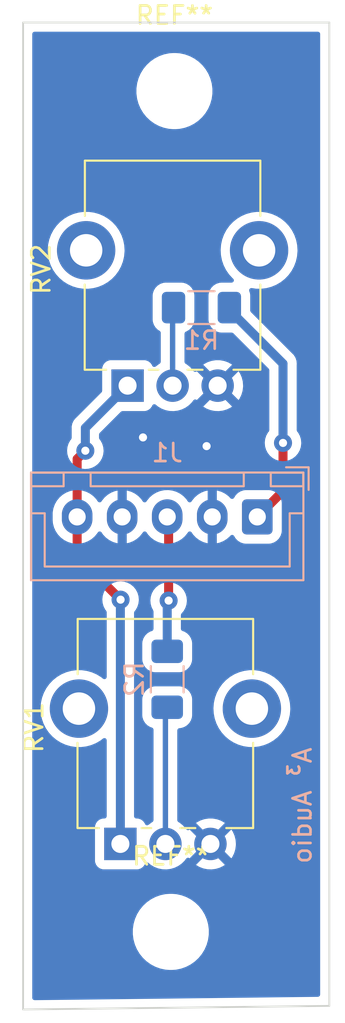
<source format=kicad_pcb>
(kicad_pcb (version 20211014) (generator pcbnew)
  (title_block (comment 4 "AISLER Project ID: WPDRRCYZ"))
  (layers (0 "F.Cu" signal "Front") (31 "B.Cu" signal "Back") (34 "B.Paste" user) (35 "F.Paste" user) (36 "B.SilkS" user "B.Silkscreen") (37 "F.SilkS" user "F.Silkscreen") (38 "B.Mask" user) (39 "F.Mask" user) (44 "Edge.Cuts" user))
  (net 0 "")
  (net 1 "Net-(J1-Pad1)")
  (net 2 "GND")
  (net 3 "Net-(J1-Pad3)")
  (net 4 "VCC")
  (net 5 "ADC1")
  (net 6 "ADC0")
  (footprint "Potentiometer_THT:Potentiometer_Alpha_RD901F-40-00D_Single_Vertical_CircularHoles" (layer "F.Cu") (at 167.4 84.125 90)
    (fp_text reference "RV1" (at 6.45 -4.8 90) (layer "F.SilkS"))
    (fp_text value "10k Poti")
    (fp_line (start 9.41 7.37) (end 12.47 7.37) (layer "F.SilkS") (width 0.12))
    (fp_line (start 0.88 1.71) (end 0.88 1.18) (layer "F.SilkS") (width 0.12))
    (fp_line (start 12.47 7.37) (end 12.47 -2.37) (layer "F.SilkS") (width 0.12))
    (fp_line (start 0.88 -1.19) (end 0.88 -2.37) (layer "F.SilkS") (width 0.12))
    (fp_line (start 0.88 7.37) (end 0.88 5.88) (layer "F.SilkS") (width 0.12))
    (fp_line (start 0.88 4.16) (end 0.88 3.33) (layer "F.SilkS") (width 0.12))
    (fp_line (start 0.88 7.37) (end 5.6 7.37) (layer "F.SilkS") (width 0.12))
    (fp_line (start 0.88 -2.38) (end 5.6 -2.38) (layer "F.SilkS") (width 0.12))
    (fp_line (start 9.41 -2.37) (end 12.47 -2.37) (layer "F.SilkS") (width 0.12))
    (pad "" thru_hole circle locked (at 7.5 7.3 180) (size 3.24 3.24) (drill 1.8) (layers *.Cu *.Mask))
    (pad "" thru_hole circle locked (at 7.5 -2.3 180) (size 3.24 3.24) (drill 1.8) (layers *.Cu *.Mask))
    (pad "1" thru_hole rect locked (at 0 0 180) (size 1.8 1.8) (drill 1) (layers *.Cu *.Mask) (net 4 "VCC"))
    (pad "2" thru_hole circle locked (at 0 2.5 180) (size 1.8 1.8) (drill 1) (layers *.Cu *.Mask) (net 6 "ADC0"))
    (pad "3" thru_hole circle locked (at 0 5 180) (size 1.8 1.8) (drill 1) (layers *.Cu *.Mask) (net 2 "GND"))
  )
  (footprint "MountingHole:MountingHole_3.2mm_M3" (layer "F.Cu") (at 170.4 42.4)
    (fp_text reference "REF**" (at 0 -4.2) (layer "F.SilkS"))
    (fp_text value "MountingHole_3.2mm_M3")
    (pad "" np_thru_hole circle locked (at 0 0) (size 3.2 3.2) (drill 3.2) (layers *.Cu *.Mask))
  )
  (footprint "MountingHole:MountingHole_3.2mm_M3" (layer "F.Cu") (at 170.2 89)
    (fp_text reference "REF**" (at 0 -4.2) (layer "F.SilkS"))
    (fp_text value "MountingHole_3.2mm_M3")
    (pad "" np_thru_hole circle locked (at 0 0) (size 3.2 3.2) (drill 3.2) (layers *.Cu *.Mask))
  )
  (footprint "Potentiometer_THT:Potentiometer_Alpha_RD901F-40-00D_Single_Vertical_CircularHoles" (layer "F.Cu") (at 167.8 58.725 90)
    (fp_text reference "RV2" (at 6.45 -4.8 90) (layer "F.SilkS"))
    (fp_text value "10k Poti")
    (fp_line (start 12.47 7.37) (end 12.47 -2.37) (layer "F.SilkS") (width 0.12))
    (fp_line (start 9.41 -2.37) (end 12.47 -2.37) (layer "F.SilkS") (width 0.12))
    (fp_line (start 0.88 -1.19) (end 0.88 -2.37) (layer "F.SilkS") (width 0.12))
    (fp_line (start 0.88 7.37) (end 0.88 5.88) (layer "F.SilkS") (width 0.12))
    (fp_line (start 0.88 7.37) (end 5.6 7.37) (layer "F.SilkS") (width 0.12))
    (fp_line (start 0.88 1.71) (end 0.88 1.18) (layer "F.SilkS") (width 0.12))
    (fp_line (start 9.41 7.37) (end 12.47 7.37) (layer "F.SilkS") (width 0.12))
    (fp_line (start 0.88 -2.38) (end 5.6 -2.38) (layer "F.SilkS") (width 0.12))
    (fp_line (start 0.88 4.16) (end 0.88 3.33) (layer "F.SilkS") (width 0.12))
    (pad "" thru_hole circle locked (at 7.5 7.3 180) (size 3.24 3.24) (drill 1.8) (layers *.Cu *.Mask))
    (pad "" thru_hole circle locked (at 7.5 -2.3 180) (size 3.24 3.24) (drill 1.8) (layers *.Cu *.Mask))
    (pad "1" thru_hole rect locked (at 0 0 180) (size 1.8 1.8) (drill 1) (layers *.Cu *.Mask) (net 4 "VCC"))
    (pad "2" thru_hole circle locked (at 0 2.5 180) (size 1.8 1.8) (drill 1) (layers *.Cu *.Mask) (net 5 "ADC1"))
    (pad "3" thru_hole circle locked (at 0 5 180) (size 1.8 1.8) (drill 1) (layers *.Cu *.Mask) (net 2 "GND"))
  )
  (footprint "Resistor_SMD:R_1206_3216Metric_Pad1.30x1.75mm_HandSolder" (layer "B.Cu") (at 170 75 -90)
    (fp_text reference "R2" (at 0 1.82 90) (layer "B.SilkS") (effects (justify mirror)))
    (fp_text value "4k7")
    (fp_line (start -0.727064 -0.91) (end 0.727064 -0.91) (layer "B.SilkS") (width 0.12))
    (fp_line (start -0.727064 0.91) (end 0.727064 0.91) (layer "B.SilkS") (width 0.12))
    (pad "1" smd roundrect locked (at -1.55 0 270) (size 1.3 1.75) (layers "B.Cu" "B.Paste" "B.Mask") (roundrect_rratio 0.1923076923) (net 3 "Net-(J1-Pad3)"))
    (pad "2" smd roundrect locked (at 1.55 0 270) (size 1.3 1.75) (layers "B.Cu" "B.Paste" "B.Mask") (roundrect_rratio 0.1923076923) (net 6 "ADC0"))
  )
  (footprint "Resistor_SMD:R_1206_3216Metric_Pad1.30x1.75mm_HandSolder" (layer "B.Cu") (at 171.9 54.4)
    (fp_text reference "R1" (at 0 1.82) (layer "B.SilkS") (effects (justify mirror)))
    (fp_text value "4k7")
    (fp_line (start -0.727064 0.91) (end 0.727064 0.91) (layer "B.SilkS") (width 0.12))
    (fp_line (start -0.727064 -0.91) (end 0.727064 -0.91) (layer "B.SilkS") (width 0.12))
    (pad "1" smd roundrect locked (at -1.55 0) (size 1.3 1.75) (layers "B.Cu" "B.Paste" "B.Mask") (roundrect_rratio 0.1923076923) (net 5 "ADC1"))
    (pad "2" smd roundrect locked (at 1.55 0) (size 1.3 1.75) (layers "B.Cu" "B.Paste" "B.Mask") (roundrect_rratio 0.1923076923) (net 1 "Net-(J1-Pad1)"))
  )
  (footprint "3dAudioFoot:JST_XH_B5B-XH-A_1x05_P2.50mm_Vertical" (layer "B.Cu") (at 175 66 180)
    (fp_text reference "J1" (at 5 3.55) (layer "B.SilkS") (effects (justify mirror)))
    (fp_text value "Conn_01x05_Male")
    (fp_line (start 11.8 -2.75) (end 5 -2.75) (layer "B.SilkS") (width 0.12))
    (fp_line (start 12.55 0.2) (end 11.8 0.2) (layer "B.SilkS") (width 0.12))
    (fp_line (start -1.8 -2.75) (end 5 -2.75) (layer "B.SilkS") (width 0.12))
    (fp_line (start 0.75 2.45) (end 0.75 1.7) (layer "B.SilkS") (width 0.12))
    (fp_line (start 12.56 2.46) (end -2.56 2.46) (layer "B.SilkS") (width 0.12))
    (fp_line (start -2.55 1.7) (end -0.75 1.7) (layer "B.SilkS") (width 0.12))
    (fp_line (start -2.55 2.45) (end -2.55 1.7) (layer "B.SilkS") (width 0.12))
    (fp_line (start 9.25 1.7) (end 9.25 2.45) (layer "B.SilkS") (width 0.12))
    (fp_line (start 10.75 1.7) (end 12.55 1.7) (layer "B.SilkS") (width 0.12))
    (fp_line (start -0.75 2.45) (end -2.55 2.45) (layer "B.SilkS") (width 0.12))
    (fp_line (start 11.8 0.2) (end 11.8 -2.75) (layer "B.SilkS") (width 0.12))
    (fp_line (start -2.85 2.75) (end -2.85 1.5) (layer "B.SilkS") (width 0.12))
    (fp_line (start -2.56 2.46) (end -2.56 -3.51) (layer "B.SilkS") (width 0.12))
    (fp_line (start -2.55 0.2) (end -1.8 0.2) (layer "B.SilkS") (width 0.12))
    (fp_line (start 12.55 1.7) (end 12.55 2.45) (layer "B.SilkS") (width 0.12))
    (fp_line (start -2.56 -3.51) (end 12.56 -3.51) (layer "B.SilkS") (width 0.12))
    (fp_line (start 12.56 -3.51) (end 12.56 2.46) (layer "B.SilkS") (width 0.12))
    (fp_line (start 9.25 2.45) (end 0.75 2.45) (layer "B.SilkS") (width 0.12))
    (fp_line (start 12.55 2.45) (end 10.75 2.45) (layer "B.SilkS") (width 0.12))
    (fp_line (start -1.6 2.75) (end -2.85 2.75) (layer "B.SilkS") (width 0.12))
    (fp_line (start 0.75 1.7) (end 9.25 1.7) (layer "B.SilkS") (width 0.12))
    (fp_line (start -1.8 0.2) (end -1.8 -2.75) (layer "B.SilkS") (width 0.12))
    (fp_line (start 10.75 2.45) (end 10.75 1.7) (layer "B.SilkS") (width 0.12))
    (fp_line (start -0.75 1.7) (end -0.75 2.45) (layer "B.SilkS") (width 0.12))
    (pad "1" thru_hole roundrect (at 0 0 180) (size 1.7 1.95) (drill 0.95) (layers *.Cu *.Mask) (roundrect_rratio 0.1470588235) (net 1 "Net-(J1-Pad1)"))
    (pad "2" thru_hole oval (at 2.5 0 180) (size 1.7 1.95) (drill 0.95) (layers *.Cu *.Mask) (net 2 "GND"))
    (pad "3" thru_hole oval (at 5 0 180) (size 1.7 1.95) (drill 0.95) (layers *.Cu *.Mask) (net 3 "Net-(J1-Pad3)"))
    (pad "4" thru_hole oval (at 7.5 0 180) (size 1.7 1.95) (drill 0.95) (layers *.Cu *.Mask) (net 2 "GND"))
    (pad "5" thru_hole oval (at 10 0 180) (size 1.7 1.95) (drill 0.95) (layers *.Cu *.Mask) (net 4 "VCC"))
  )
  (gr_line locked (start 162 38.6) (end 179 38.6) (layer "Edge.Cuts") (width 0.1))
  (gr_line (start 179 93.1) (end 179 38.6) (layer "Edge.Cuts") (width 0.1))
  (gr_line (start 162 93.3) (end 179 93.1) (layer "Edge.Cuts") (width 0.1))
  (gr_line (start 162 93.3) (end 162 38.6) (layer "Edge.Cuts") (width 0.1))
  (gr_text "A³ Audio\n" (at 177.5 82 90) (layer "B.SilkS") (effects (font (size 1 1)) (justify mirror)))
  (segment (start 176.4284 64.5716) (end 175 66) (width 0.5) (layer "F.Cu") (net 1))
  (segment (start 176.4284 61.8998) (end 176.4284 64.5716) (width 0.5) (layer "F.Cu") (net 1))
  (via (at 176.4284 61.8998) (size 1) (drill 0.45) (layers "F.Cu" "B.Cu") (net 1))
  (segment (start 176.4284 57.5056) (end 176.4284 61.8998) (width 0.5) (layer "B.Cu") (net 1))
  (segment (start 173.45 54.4) (end 173.45 54.5272) (width 0.5) (layer "B.Cu") (net 1))
  (segment (start 173.45 54.5272) (end 176.3268 57.404) (width 0.5) (layer "B.Cu") (net 1))
  (segment (start 176.3268 57.404) (end 176.4284 57.5056) (width 0.5) (layer "B.Cu") (net 1))
  (segment (start 167.5 66) (end 167.5 62.751) (width 0.5) (layer "F.Cu") (net 2))
  (segment (start 167.5 62.751) (end 168.656 61.595) (width 0.5) (layer "F.Cu") (net 2))
  (segment (start 172.5 62.391) (end 172.1866 62.0776) (width 0.5) (layer "F.Cu") (net 2))
  (segment (start 172.5 66) (end 172.5 62.391) (width 0.5) (layer "F.Cu") (net 2))
  (via (at 172.1866 62.0776) (size 1) (drill 0.45) (layers "F.Cu" "B.Cu") (net 2))
  (via (at 168.656 61.595) (size 1) (drill 0.45) (layers "F.Cu" "B.Cu") (net 2))
  (segment (start 170.0784 70.6374) (end 170.0784 66.0784) (width 0.5) (layer "F.Cu") (net 3))
  (segment (start 170.0784 66.0784) (end 170 66) (width 0.5) (layer "F.Cu") (net 3))
  (via (at 170.0784 70.6374) (size 1) (drill 0.45) (layers "F.Cu" "B.Cu") (net 3))
  (segment (start 170 73.45) (end 170 70.7158) (width 0.5) (layer "B.Cu") (net 3))
  (segment (start 170 70.7158) (end 170.0784 70.6374) (width 0.5) (layer "B.Cu") (net 3))
  (segment (start 165 62.7872) (end 165.4556 62.3316) (width 0.5) (layer "F.Cu") (net 4))
  (segment (start 165 68.1752) (end 165 66) (width 0.5) (layer "F.Cu") (net 4))
  (segment (start 165 66) (end 165 62.7872) (width 0.5) (layer "F.Cu") (net 4))
  (segment (start 167.4114 70.5866) (end 165 68.1752) (width 0.5) (layer "F.Cu") (net 4))
  (via (at 167.4114 70.5866) (size 1) (drill 0.45) (layers "F.Cu" "B.Cu") (net 4))
  (via (at 165.4556 62.3316) (size 1) (drill 0.45) (layers "F.Cu" "B.Cu") (net 4))
  (segment (start 167.4 70.598) (end 167.4114 70.5866) (width 0.5) (layer "B.Cu") (net 4))
  (segment (start 165.4556 61.0694) (end 167.8 58.725) (width 0.5) (layer "B.Cu") (net 4))
  (segment (start 165.4556 62.3316) (end 165.4556 61.0694) (width 0.5) (layer "B.Cu") (net 4))
  (segment (start 167.4 84.125) (end 167.4 70.598) (width 0.5) (layer "B.Cu") (net 4))
  (segment (start 170.3 54.45) (end 170.35 54.4) (width 0.3) (layer "B.Cu") (net 5))
  (segment (start 170.3 58.725) (end 170.3 54.45) (width 0.3) (layer "B.Cu") (net 5))
  (segment (start 169.9 84.125) (end 169.9 76.65) (width 0.3) (layer "B.Cu") (net 6))
  (segment (start 169.9 76.65) (end 170 76.55) (width 0.3) (layer "B.Cu") (net 6))
  (zone (net 2) (net_name "GND") (layer "B.Cu") (connect_pads (clearance 0.508)) (min_thickness 0.254) (fill yes (thermal_gap 0.508) (thermal_bridge_width 0.508))
    (polygon (pts (xy 179.025713 93.332624) (xy 162.025713 93.532624) (xy 161.99827 38.5) (xy 179.19827 38.5)))
  )
)
</source>
